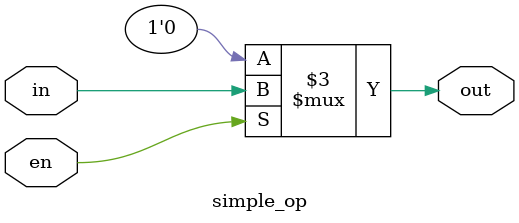
<source format=v>
 
module simple_op(in,en,out);
    
    input in;
    input en;
    output reg out;
	 
always @(*) begin

    if(en)
        out = in;
    else
        out = 1'b0;
end 
endmodule 
</source>
